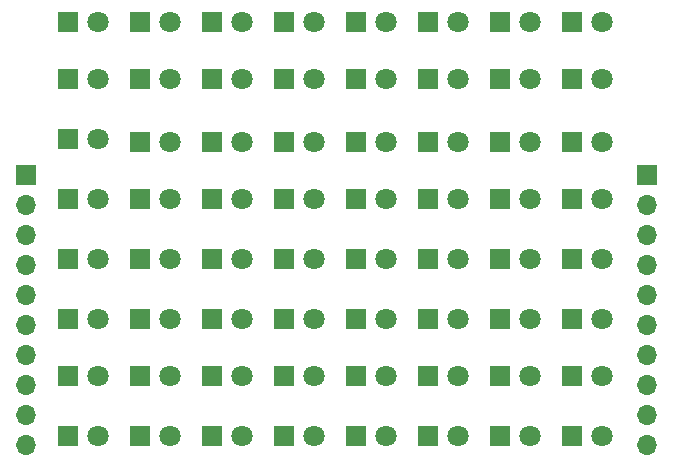
<source format=gbr>
%TF.GenerationSoftware,KiCad,Pcbnew,(5.1.8)-1*%
%TF.CreationDate,2021-12-10T09:09:34+01:00*%
%TF.ProjectId,FirePlaceLedmatrix,46697265-506c-4616-9365-4c65646d6174,rev?*%
%TF.SameCoordinates,Original*%
%TF.FileFunction,Soldermask,Top*%
%TF.FilePolarity,Negative*%
%FSLAX46Y46*%
G04 Gerber Fmt 4.6, Leading zero omitted, Abs format (unit mm)*
G04 Created by KiCad (PCBNEW (5.1.8)-1) date 2021-12-10 09:09:34*
%MOMM*%
%LPD*%
G01*
G04 APERTURE LIST*
%ADD10O,1.700000X1.700000*%
%ADD11R,1.700000X1.700000*%
%ADD12C,1.800000*%
%ADD13R,1.800000X1.800000*%
G04 APERTURE END LIST*
D10*
%TO.C,J3*%
X86360000Y-89916000D03*
X86360000Y-87376000D03*
X86360000Y-84836000D03*
X86360000Y-82296000D03*
X86360000Y-79756000D03*
X86360000Y-77216000D03*
X86360000Y-74676000D03*
X86360000Y-72136000D03*
X86360000Y-69596000D03*
D11*
X86360000Y-67056000D03*
%TD*%
D10*
%TO.C,J2*%
X33782000Y-89916000D03*
X33782000Y-87376000D03*
X33782000Y-84836000D03*
X33782000Y-82296000D03*
X33782000Y-79756000D03*
X33782000Y-77216000D03*
X33782000Y-74676000D03*
X33782000Y-72136000D03*
X33782000Y-69596000D03*
D11*
X33782000Y-67056000D03*
%TD*%
D12*
%TO.C,D64*%
X82550000Y-89154000D03*
D13*
X80010000Y-89154000D03*
%TD*%
D12*
%TO.C,D63*%
X76454000Y-89154000D03*
D13*
X73914000Y-89154000D03*
%TD*%
D12*
%TO.C,D62*%
X70358000Y-89154000D03*
D13*
X67818000Y-89154000D03*
%TD*%
D12*
%TO.C,D61*%
X64262000Y-89154000D03*
D13*
X61722000Y-89154000D03*
%TD*%
D12*
%TO.C,D60*%
X58166000Y-89154000D03*
D13*
X55626000Y-89154000D03*
%TD*%
D12*
%TO.C,D59*%
X52070000Y-89154000D03*
D13*
X49530000Y-89154000D03*
%TD*%
D12*
%TO.C,D58*%
X45974000Y-89154000D03*
D13*
X43434000Y-89154000D03*
%TD*%
D12*
%TO.C,D57*%
X39878000Y-89154000D03*
D13*
X37338000Y-89154000D03*
%TD*%
D12*
%TO.C,D56*%
X82550000Y-84074000D03*
D13*
X80010000Y-84074000D03*
%TD*%
D12*
%TO.C,D55*%
X76454000Y-84074000D03*
D13*
X73914000Y-84074000D03*
%TD*%
D12*
%TO.C,D54*%
X70358000Y-84074000D03*
D13*
X67818000Y-84074000D03*
%TD*%
D12*
%TO.C,D53*%
X64262000Y-84074000D03*
D13*
X61722000Y-84074000D03*
%TD*%
D12*
%TO.C,D52*%
X58166000Y-84074000D03*
D13*
X55626000Y-84074000D03*
%TD*%
D12*
%TO.C,D51*%
X52070000Y-84074000D03*
D13*
X49530000Y-84074000D03*
%TD*%
D12*
%TO.C,D50*%
X45974000Y-84074000D03*
D13*
X43434000Y-84074000D03*
%TD*%
D12*
%TO.C,D49*%
X39878000Y-84074000D03*
D13*
X37338000Y-84074000D03*
%TD*%
D12*
%TO.C,D48*%
X82550000Y-79248000D03*
D13*
X80010000Y-79248000D03*
%TD*%
D12*
%TO.C,D47*%
X76454000Y-79248000D03*
D13*
X73914000Y-79248000D03*
%TD*%
D12*
%TO.C,D46*%
X70358000Y-79248000D03*
D13*
X67818000Y-79248000D03*
%TD*%
D12*
%TO.C,D45*%
X64262000Y-79248000D03*
D13*
X61722000Y-79248000D03*
%TD*%
D12*
%TO.C,D44*%
X58166000Y-79248000D03*
D13*
X55626000Y-79248000D03*
%TD*%
D12*
%TO.C,D43*%
X52070000Y-79248000D03*
D13*
X49530000Y-79248000D03*
%TD*%
D12*
%TO.C,D42*%
X45974000Y-79248000D03*
D13*
X43434000Y-79248000D03*
%TD*%
D12*
%TO.C,D41*%
X39878000Y-79248000D03*
D13*
X37338000Y-79248000D03*
%TD*%
D12*
%TO.C,D40*%
X82550000Y-74168000D03*
D13*
X80010000Y-74168000D03*
%TD*%
D12*
%TO.C,D39*%
X76454000Y-74168000D03*
D13*
X73914000Y-74168000D03*
%TD*%
D12*
%TO.C,D38*%
X70358000Y-74168000D03*
D13*
X67818000Y-74168000D03*
%TD*%
D12*
%TO.C,D37*%
X64262000Y-74168000D03*
D13*
X61722000Y-74168000D03*
%TD*%
D12*
%TO.C,D36*%
X58166000Y-74168000D03*
D13*
X55626000Y-74168000D03*
%TD*%
D12*
%TO.C,D35*%
X52070000Y-74168000D03*
D13*
X49530000Y-74168000D03*
%TD*%
D12*
%TO.C,D34*%
X45974000Y-74168000D03*
D13*
X43434000Y-74168000D03*
%TD*%
D12*
%TO.C,D33*%
X39878000Y-74168000D03*
D13*
X37338000Y-74168000D03*
%TD*%
D12*
%TO.C,D32*%
X82550000Y-69088000D03*
D13*
X80010000Y-69088000D03*
%TD*%
D12*
%TO.C,D31*%
X76454000Y-69088000D03*
D13*
X73914000Y-69088000D03*
%TD*%
D12*
%TO.C,D30*%
X70358000Y-69088000D03*
D13*
X67818000Y-69088000D03*
%TD*%
D12*
%TO.C,D29*%
X64262000Y-69088000D03*
D13*
X61722000Y-69088000D03*
%TD*%
D12*
%TO.C,D28*%
X58166000Y-69088000D03*
D13*
X55626000Y-69088000D03*
%TD*%
D12*
%TO.C,D27*%
X52070000Y-69088000D03*
D13*
X49530000Y-69088000D03*
%TD*%
D12*
%TO.C,D26*%
X45974000Y-69088000D03*
D13*
X43434000Y-69088000D03*
%TD*%
D12*
%TO.C,D25*%
X39878000Y-69088000D03*
D13*
X37338000Y-69088000D03*
%TD*%
D12*
%TO.C,D24*%
X82550000Y-64262000D03*
D13*
X80010000Y-64262000D03*
%TD*%
D12*
%TO.C,D23*%
X76454000Y-64262000D03*
D13*
X73914000Y-64262000D03*
%TD*%
D12*
%TO.C,D22*%
X70358000Y-64262000D03*
D13*
X67818000Y-64262000D03*
%TD*%
D12*
%TO.C,D21*%
X64262000Y-64262000D03*
D13*
X61722000Y-64262000D03*
%TD*%
D12*
%TO.C,D20*%
X58166000Y-64262000D03*
D13*
X55626000Y-64262000D03*
%TD*%
D12*
%TO.C,D19*%
X52070000Y-64262000D03*
D13*
X49530000Y-64262000D03*
%TD*%
D12*
%TO.C,D18*%
X45974000Y-64262000D03*
D13*
X43434000Y-64262000D03*
%TD*%
D12*
%TO.C,D17*%
X39878000Y-64008000D03*
D13*
X37338000Y-64008000D03*
%TD*%
D12*
%TO.C,D16*%
X82550000Y-58928000D03*
D13*
X80010000Y-58928000D03*
%TD*%
D12*
%TO.C,D15*%
X76454000Y-58928000D03*
D13*
X73914000Y-58928000D03*
%TD*%
D12*
%TO.C,D14*%
X70358000Y-58928000D03*
D13*
X67818000Y-58928000D03*
%TD*%
D12*
%TO.C,D13*%
X64262000Y-58928000D03*
D13*
X61722000Y-58928000D03*
%TD*%
D12*
%TO.C,D12*%
X58166000Y-58928000D03*
D13*
X55626000Y-58928000D03*
%TD*%
D12*
%TO.C,D11*%
X52070000Y-58928000D03*
D13*
X49530000Y-58928000D03*
%TD*%
D12*
%TO.C,D10*%
X45974000Y-58928000D03*
D13*
X43434000Y-58928000D03*
%TD*%
D12*
%TO.C,D9*%
X39878000Y-58928000D03*
D13*
X37338000Y-58928000D03*
%TD*%
D12*
%TO.C,D8*%
X82550000Y-54102000D03*
D13*
X80010000Y-54102000D03*
%TD*%
D12*
%TO.C,D7*%
X76454000Y-54102000D03*
D13*
X73914000Y-54102000D03*
%TD*%
D12*
%TO.C,D6*%
X70358000Y-54102000D03*
D13*
X67818000Y-54102000D03*
%TD*%
D12*
%TO.C,D5*%
X64262000Y-54102000D03*
D13*
X61722000Y-54102000D03*
%TD*%
D12*
%TO.C,D4*%
X58166000Y-54102000D03*
D13*
X55626000Y-54102000D03*
%TD*%
D12*
%TO.C,D3*%
X52070000Y-54102000D03*
D13*
X49530000Y-54102000D03*
%TD*%
D12*
%TO.C,D2*%
X45974000Y-54102000D03*
D13*
X43434000Y-54102000D03*
%TD*%
D12*
%TO.C,D1*%
X39878000Y-54102000D03*
D13*
X37338000Y-54102000D03*
%TD*%
M02*

</source>
